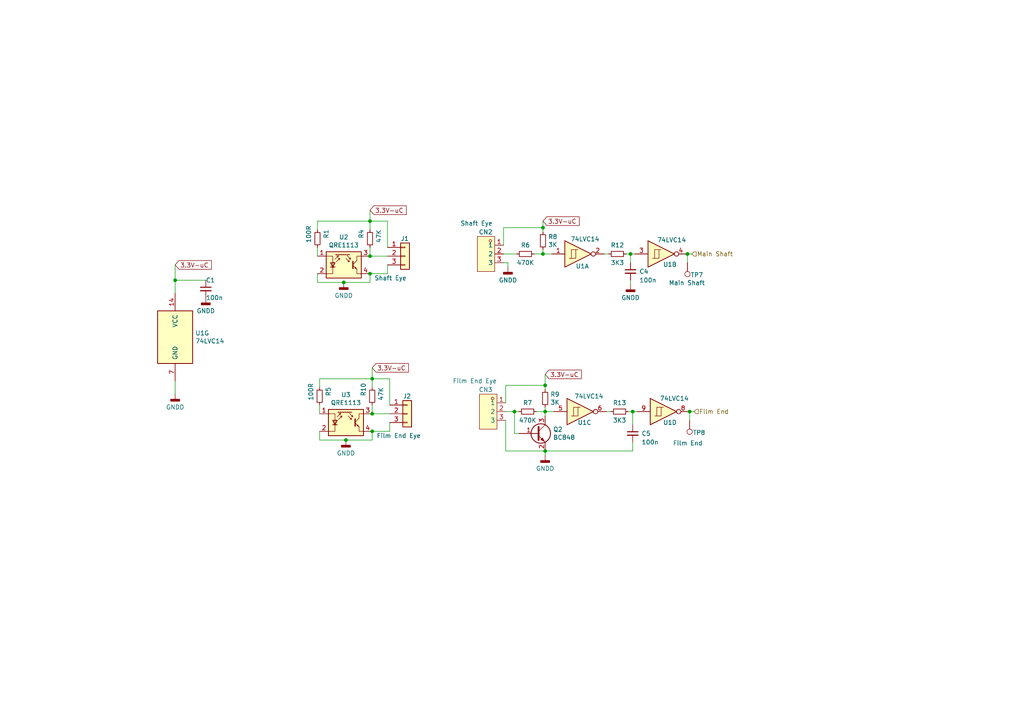
<source format=kicad_sch>
(kicad_sch (version 20230121) (generator eeschema)
  (paper "A4")
  (lib_symbols
    (symbol "74xx:74HC14" (pin_names (offset 1.016))
      (property "Reference" "U" (at 0 1.27 0))
      (property "Value" "74HC14" (at 0 -1.27 0))
      (symbol "74HC14_1_0"
        (polyline (pts (xy -3.81 3.81) (xy -3.81 -3.81) (xy 3.81 0) (xy -3.81 3.81)) (stroke (width 0.254)) (fill (type background)))
        (pin input line (at -7.62 0 0) (length 3.81) (name "~") (number "1"))
        (pin output inverted (at 7.62 0 180) (length 3.81) (name "~") (number "2"))
      )
      (symbol "74HC14_1_1"
        (polyline (pts (xy -1.905 -1.27) (xy -1.905 1.27) (xy -0.635 1.27)))
        (polyline (pts (xy -2.54 -1.27) (xy -0.635 -1.27) (xy -0.635 1.27) (xy 0 1.27)))
      )
      (symbol "74HC14_2_0"
        (polyline (pts (xy -3.81 3.81) (xy -3.81 -3.81) (xy 3.81 0) (xy -3.81 3.81)) (stroke (width 0.254)) (fill (type background)))
        (pin input line (at -7.62 0 0) (length 3.81) (name "~") (number "3"))
        (pin output inverted (at 7.62 0 180) (length 3.81) (name "~") (number "4"))
      )
      (symbol "74HC14_2_1"
        (polyline (pts (xy -1.905 -1.27) (xy -1.905 1.27) (xy -0.635 1.27)))
        (polyline (pts (xy -2.54 -1.27) (xy -0.635 -1.27) (xy -0.635 1.27) (xy 0 1.27)))
      )
      (symbol "74HC14_3_0"
        (polyline (pts (xy -3.81 3.81) (xy -3.81 -3.81) (xy 3.81 0) (xy -3.81 3.81)) (stroke (width 0.254)) (fill (type background)))
        (pin input line (at -7.62 0 0) (length 3.81) (name "~") (number "5"))
        (pin output inverted (at 7.62 0 180) (length 3.81) (name "~") (number "6"))
      )
      (symbol "74HC14_3_1"
        (polyline (pts (xy -1.905 -1.27) (xy -1.905 1.27) (xy -0.635 1.27)))
        (polyline (pts (xy -2.54 -1.27) (xy -0.635 -1.27) (xy -0.635 1.27) (xy 0 1.27)))
      )
      (symbol "74HC14_4_0"
        (polyline (pts (xy -3.81 3.81) (xy -3.81 -3.81) (xy 3.81 0) (xy -3.81 3.81)) (stroke (width 0.254)) (fill (type background)))
        (pin output inverted (at 7.62 0 180) (length 3.81) (name "~") (number "8"))
        (pin input line (at -7.62 0 0) (length 3.81) (name "~") (number "9"))
      )
      (symbol "74HC14_4_1"
        (polyline (pts (xy -1.905 -1.27) (xy -1.905 1.27) (xy -0.635 1.27)))
        (polyline (pts (xy -2.54 -1.27) (xy -0.635 -1.27) (xy -0.635 1.27) (xy 0 1.27)))
      )
      (symbol "74HC14_5_0"
        (polyline (pts (xy -3.81 3.81) (xy -3.81 -3.81) (xy 3.81 0) (xy -3.81 3.81)) (stroke (width 0.254)) (fill (type background)))
        (pin output inverted (at 7.62 0 180) (length 3.81) (name "~") (number "10"))
        (pin input line (at -7.62 0 0) (length 3.81) (name "~") (number "11"))
      )
      (symbol "74HC14_5_1"
        (polyline (pts (xy -1.905 -1.27) (xy -1.905 1.27) (xy -0.635 1.27)))
        (polyline (pts (xy -2.54 -1.27) (xy -0.635 -1.27) (xy -0.635 1.27) (xy 0 1.27)))
      )
      (symbol "74HC14_6_0"
        (polyline (pts (xy -3.81 3.81) (xy -3.81 -3.81) (xy 3.81 0) (xy -3.81 3.81)) (stroke (width 0.254)) (fill (type background)))
        (pin output inverted (at 7.62 0 180) (length 3.81) (name "~") (number "12"))
        (pin input line (at -7.62 0 0) (length 3.81) (name "~") (number "13"))
      )
      (symbol "74HC14_6_1"
        (polyline (pts (xy -1.905 -1.27) (xy -1.905 1.27) (xy -0.635 1.27)))
        (polyline (pts (xy -2.54 -1.27) (xy -0.635 -1.27) (xy -0.635 1.27) (xy 0 1.27)))
      )
      (symbol "74HC14_7_0"
        (pin power_in line (at 0 12.7 270) (length 5.08) (name "VCC") (number "14"))
        (pin power_in line (at 0 -12.7 90) (length 5.08) (name "GND") (number "7"))
      )
      (symbol "74HC14_7_1"
        (rectangle (start -5.08 7.62) (end 5.08 -7.62) (stroke (width 0.254)) (fill (type background)))
      )
    )
    (symbol "Connector:TestPoint" (pin_numbers hide) (pin_names (offset 0.762) hide)
      (property "Reference" "TP" (at 0 6.858 0))
      (property "Value" "TestPoint" (at 0 5.08 0))
      (symbol "TestPoint_0_1"
        (circle (center 0 3.302) (radius 0.762))
      )
      (symbol "TestPoint_1_1"
        (pin passive line (at 0 0 90) (length 2.54) (name "1") (number "1"))
      )
    )
    (symbol "Connector_Generic:Conn_01x03" (pin_names (offset 1.016) hide)
      (property "Reference" "J" (at 0 5.08 0))
      (property "Value" "Conn_01x03" (at 0 -5.08 0))
      (symbol "Conn_01x03_1_1"
        (rectangle (start -1.27 -2.413) (end 0 -2.667) (stroke (width 0.1524)))
        (rectangle (start -1.27 0.127) (end 0 -0.127) (stroke (width 0.1524)))
        (rectangle (start -1.27 2.667) (end 0 2.413) (stroke (width 0.1524)))
        (rectangle (start -1.27 3.81) (end 1.27 -3.81) (stroke (width 0.254)) (fill (type background)))
        (pin passive line (at -5.08 2.54 0) (length 3.81) (name "Pin_1") (number "1"))
        (pin passive line (at -5.08 0 0) (length 3.81) (name "Pin_2") (number "2"))
        (pin passive line (at -5.08 -2.54 0) (length 3.81) (name "Pin_3") (number "3"))
      )
    )
    (symbol "Device:C_Small" (pin_numbers hide) (pin_names (offset 0.254) hide)
      (property "Reference" "C" (at 0.254 1.778 0))
      (property "Value" "C_Small" (at 0.254 -2.032 0))
      (symbol "C_Small_0_1"
        (polyline (pts (xy -1.524 -0.508) (xy 1.524 -0.508)) (stroke (width 0.3302)))
        (polyline (pts (xy -1.524 0.508) (xy 1.524 0.508)) (stroke (width 0.3048)))
      )
      (symbol "C_Small_1_1"
        (pin passive line (at 0 2.54 270) (length 2.032) (name "~") (number "1"))
        (pin passive line (at 0 -2.54 90) (length 2.032) (name "~") (number "2"))
      )
    )
    (symbol "Device:R_Small" (pin_numbers hide) (pin_names (offset 0.254) hide)
      (property "Reference" "R" (at 0.762 0.508 0))
      (property "Value" "R_Small" (at 0.762 -1.016 0))
      (symbol "R_Small_0_1"
        (rectangle (start -0.762 1.778) (end 0.762 -1.778) (stroke (width 0.2032)))
      )
      (symbol "R_Small_1_1"
        (pin passive line (at 0 2.54 270) (length 0.762) (name "~") (number "1"))
        (pin passive line (at 0 -2.54 90) (length 0.762) (name "~") (number "2"))
      )
    )
    (symbol "QRE1113_1" (pin_names (offset 0.0254) hide)
      (property "Reference" "U2" (at 0 8.0518 0))
      (property "Value" "QRE1113" (at 0 5.7404 0))
      (symbol "QRE1113_1_0_1"
        (polyline (pts (xy -3.81 -0.635) (xy -2.54 -0.635)) (stroke (width 0.254)))
        (polyline (pts (xy -2.286 2.921) (xy -2.032 3.175)))
        (polyline (pts (xy -1.778 2.921) (xy -1.524 3.175)))
        (polyline (pts (xy -1.524 2.667) (xy -1.651 2.159)))
        (polyline (pts (xy -1.27 2.921) (xy -1.016 3.175)))
        (polyline (pts (xy -1.143 1.905) (xy -1.27 1.397)))
        (polyline (pts (xy -0.762 2.921) (xy -0.508 3.175)))
        (polyline (pts (xy -0.254 2.921) (xy 0 3.175)))
        (polyline (pts (xy 0.254 2.921) (xy 0.508 3.175)))
        (polyline (pts (xy 0.762 2.921) (xy 1.016 3.175)))
        (polyline (pts (xy 1.27 2.921) (xy 1.524 3.175)))
        (polyline (pts (xy 1.651 0.889) (xy 1.143 1.016)))
        (polyline (pts (xy 1.778 2.921) (xy -2.413 2.921)))
        (polyline (pts (xy 2.032 1.651) (xy 1.524 1.778)))
        (polyline (pts (xy 2.667 -0.127) (xy 3.81 -1.27)))
        (polyline (pts (xy 2.667 0.127) (xy 3.81 1.27)))
        (polyline (pts (xy -2.54 1.651) (xy -1.524 2.667) (xy -2.032 2.54)))
        (polyline (pts (xy -2.159 0.889) (xy -1.143 1.905) (xy -1.651 1.778)))
        (polyline (pts (xy 0.635 1.905) (xy 1.651 0.889) (xy 1.524 1.397)))
        (polyline (pts (xy 1.016 2.667) (xy 2.032 1.651) (xy 1.905 2.159)))
        (polyline (pts (xy 2.667 1.016) (xy 2.667 -1.016) (xy 2.667 -1.016)) (stroke (width 0.3556)))
        (polyline (pts (xy 3.81 -1.27) (xy 3.81 -2.54) (xy 5.08 -2.54)))
        (polyline (pts (xy 3.81 1.27) (xy 3.81 2.54) (xy 5.08 2.54)))
        (polyline (pts (xy -5.08 -2.54) (xy -3.175 -2.54) (xy -3.175 2.54) (xy -5.08 2.54)))
        (polyline (pts (xy -3.175 -0.635) (xy -3.81 0.635) (xy -2.54 0.635) (xy -3.175 -0.635)) (stroke (width 0.254)))
        (polyline (pts (xy 3.683 -1.143) (xy 3.429 -0.635) (xy 3.175 -0.889) (xy 3.683 -1.143)))
        (polyline (pts (xy -5.08 -3.81) (xy 5.08 -3.81) (xy 5.08 3.81) (xy -5.08 3.81) (xy -5.08 -3.81)) (stroke (width 0.254)) (fill (type background)))
      )
      (symbol "QRE1113_1_1_1"
        (pin passive line (at -7.62 2.54 0) (length 2.54) (name "A") (number "1"))
        (pin passive line (at -7.62 -2.54 0) (length 2.54) (name "K") (number "2"))
        (pin passive line (at 7.62 2.54 180) (length 2.54) (name "~") (number "3"))
        (pin passive line (at 7.62 -2.54 180) (length 2.54) (name "~") (number "4"))
      )
    )
    (symbol "Sensor_Proximity:QRE1113" (pin_names (offset 0.0254) hide)
      (property "Reference" "U3" (at 0 8.0518 0))
      (property "Value" "QRE1113" (at 0 5.7404 0))
      (symbol "QRE1113_0_1"
        (polyline (pts (xy -3.81 -0.635) (xy -2.54 -0.635)) (stroke (width 0.254)))
        (polyline (pts (xy -2.286 2.921) (xy -2.032 3.175)))
        (polyline (pts (xy -1.778 2.921) (xy -1.524 3.175)))
        (polyline (pts (xy -1.524 2.667) (xy -1.651 2.159)))
        (polyline (pts (xy -1.27 2.921) (xy -1.016 3.175)))
        (polyline (pts (xy -1.143 1.905) (xy -1.27 1.397)))
        (polyline (pts (xy -0.762 2.921) (xy -0.508 3.175)))
        (polyline (pts (xy -0.254 2.921) (xy 0 3.175)))
        (polyline (pts (xy 0.254 2.921) (xy 0.508 3.175)))
        (polyline (pts (xy 0.762 2.921) (xy 1.016 3.175)))
        (polyline (pts (xy 1.27 2.921) (xy 1.524 3.175)))
        (polyline (pts (xy 1.651 0.889) (xy 1.143 1.016)))
        (polyline (pts (xy 1.778 2.921) (xy -2.413 2.921)))
        (polyline (pts (xy 2.032 1.651) (xy 1.524 1.778)))
        (polyline (pts (xy 2.667 -0.127) (xy 3.81 -1.27)))
        (polyline (pts (xy 2.667 0.127) (xy 3.81 1.27)))
        (polyline (pts (xy -2.54 1.651) (xy -1.524 2.667) (xy -2.032 2.54)))
        (polyline (pts (xy -2.159 0.889) (xy -1.143 1.905) (xy -1.651 1.778)))
        (polyline (pts (xy 0.635 1.905) (xy 1.651 0.889) (xy 1.524 1.397)))
        (polyline (pts (xy 1.016 2.667) (xy 2.032 1.651) (xy 1.905 2.159)))
        (polyline (pts (xy 2.667 1.016) (xy 2.667 -1.016) (xy 2.667 -1.016)) (stroke (width 0.3556)))
        (polyline (pts (xy 3.81 -1.27) (xy 3.81 -2.54) (xy 5.08 -2.54)))
        (polyline (pts (xy 3.81 1.27) (xy 3.81 2.54) (xy 5.08 2.54)))
        (polyline (pts (xy -5.08 -2.54) (xy -3.175 -2.54) (xy -3.175 2.54) (xy -5.08 2.54)))
        (polyline (pts (xy -3.175 -0.635) (xy -3.81 0.635) (xy -2.54 0.635) (xy -3.175 -0.635)) (stroke (width 0.254)))
        (polyline (pts (xy 3.683 -1.143) (xy 3.429 -0.635) (xy 3.175 -0.889) (xy 3.683 -1.143)))
        (polyline (pts (xy -5.08 -3.81) (xy 5.08 -3.81) (xy 5.08 3.81) (xy -5.08 3.81) (xy -5.08 -3.81)) (stroke (width 0.254)) (fill (type background)))
      )
      (symbol "QRE1113_1_1"
        (pin passive line (at -7.62 2.54 0) (length 2.54) (name "A") (number "1"))
        (pin passive line (at -7.62 -2.54 0) (length 2.54) (name "K") (number "2"))
        (pin passive line (at 7.62 2.54 180) (length 2.54) (name "~") (number "3"))
        (pin passive line (at 7.62 -2.54 180) (length 2.54) (name "~") (number "4"))
      )
    )
    (symbol "Transistor_BJT:BC847" (pin_names (offset 0) hide)
      (property "Reference" "Q" (at 5.08 1.905 0))
      (property "Value" "BC847" (at 5.08 0 0))
      (symbol "BC847_0_1"
        (polyline (pts (xy 0.635 0.635) (xy 2.54 2.54)))
        (polyline (pts (xy 0.635 -0.635) (xy 2.54 -2.54) (xy 2.54 -2.54)))
        (polyline (pts (xy 0.635 1.905) (xy 0.635 -1.905) (xy 0.635 -1.905)) (stroke (width 0.508)))
        (polyline (pts (xy 1.27 -1.778) (xy 1.778 -1.27) (xy 2.286 -2.286) (xy 1.27 -1.778) (xy 1.27 -1.778)) (fill (type outline)))
        (circle (center 1.27 0) (radius 2.8194) (stroke (width 0.254)))
      )
      (symbol "BC847_1_1"
        (pin input line (at -5.08 0 0) (length 5.715) (name "B") (number "1"))
        (pin passive line (at 2.54 -5.08 90) (length 2.54) (name "E") (number "2"))
        (pin passive line (at 2.54 5.08 270) (length 2.54) (name "C") (number "3"))
      )
    )
    (symbol "easyeda2kicad:KF141R-2.54-3P"
      (property "Reference" "CN" (at 0 7.62 0))
      (property "Value" "KF141R-2.54-3P" (at 0 -7.62 0))
      (symbol "KF141R-2.54-3P_0_1"
        (rectangle (start -2.54 5.08) (end 2.54 -5.08) (fill (type background)))
        (circle (center -1.27 3.81) (radius 0.38))
        (pin passive line (at -5.08 2.54 0) (length 2.54) (name "1") (number "1"))
        (pin passive line (at -5.08 0 0) (length 2.54) (name "2") (number "2"))
        (pin passive line (at -5.08 -2.54 0) (length 2.54) (name "3") (number "3"))
      )
    )
    (symbol "power:GNDD" (power) (pin_names (offset 0))
      (property "Value" "GNDD" (at 0 -3.175 0))
      (symbol "GNDD_0_1"
        (rectangle (start -1.27 -1.524) (end 1.27 -2.032) (stroke (width 0.254)) (fill (type outline)))
        (polyline (pts (xy 0 0) (xy 0 -1.524)))
      )
      (symbol "GNDD_1_1"
        (pin power_in line (at 0 0 270) (length 0) hide (name "GNDD") (number "1"))
      )
    )
  )
  (junction (at 50.8 81.28))
  (junction (at 149.225 119.38))
  (junction (at 183.515 119.38))
  (junction (at 200.025 119.38))
  (junction (at 158.115 130.81))
  (junction (at 107.315 64.135))
  (junction (at 199.39 73.66))
  (junction (at 107.95 125.095))
  (junction (at 100.33 127.635))
  (junction (at 107.95 120.015))
  (junction (at 107.315 79.375))
  (junction (at 158.115 111.76))
  (junction (at 158.115 119.38))
  (junction (at 157.48 73.66))
  (junction (at 99.695 81.915))
  (junction (at 107.315 74.295))
  (junction (at 157.48 66.04))
  (junction (at 182.88 73.66))
  (junction (at 107.95 109.855))
  (wire (pts (xy 199.39 73.66) (xy 200.66 73.66)))
  (wire (pts (xy 113.03 117.475) (xy 113.03 109.855)))
  (wire (pts (xy 112.395 64.135) (xy 107.315 64.135)))
  (wire (pts (xy 182.88 73.66) (xy 184.15 73.66)))
  (wire (pts (xy 92.71 109.855) (xy 107.95 109.855)))
  (wire (pts (xy 181.61 73.66) (xy 182.88 73.66)))
  (wire (pts (xy 92.075 74.295) (xy 92.075 71.755)))
  (wire (pts (xy 158.115 108.585) (xy 158.115 111.76)))
  (wire (pts (xy 107.315 74.295) (xy 112.395 74.295)))
  (wire (pts (xy 92.71 127.635) (xy 100.33 127.635)))
  (wire (pts (xy 146.05 66.04) (xy 146.05 71.12)))
  (wire (pts (xy 112.395 71.755) (xy 112.395 64.135)))
  (wire (pts (xy 107.95 127.635) (xy 107.95 125.095)))
  (wire (pts (xy 149.225 119.38) (xy 149.225 125.73)))
  (wire (pts (xy 182.88 76.2) (xy 182.88 73.66)))
  (wire (pts (xy 146.685 111.76) (xy 146.685 116.84)))
  (wire (pts (xy 157.48 73.66) (xy 157.48 72.39)))
  (wire (pts (xy 146.685 119.38) (xy 149.225 119.38)))
  (wire (pts (xy 107.315 81.915) (xy 107.315 79.375)))
  (wire (pts (xy 158.115 111.76) (xy 158.115 113.03)))
  (wire (pts (xy 113.03 125.095) (xy 107.95 125.095)))
  (wire (pts (xy 146.685 130.81) (xy 158.115 130.81)))
  (wire (pts (xy 107.95 120.015) (xy 113.03 120.015)))
  (wire (pts (xy 157.48 64.135) (xy 157.48 66.04)))
  (wire (pts (xy 50.8 85.09) (xy 50.8 81.28)))
  (wire (pts (xy 107.315 71.755) (xy 107.315 74.295)))
  (wire (pts (xy 157.48 66.04) (xy 157.48 67.31)))
  (wire (pts (xy 92.71 112.395) (xy 92.71 109.855)))
  (wire (pts (xy 147.32 76.2) (xy 147.32 77.47)))
  (wire (pts (xy 50.8 76.835) (xy 50.8 81.28)))
  (wire (pts (xy 107.315 64.135) (xy 107.315 66.675)))
  (wire (pts (xy 92.075 66.675) (xy 92.075 64.135)))
  (wire (pts (xy 158.115 119.38) (xy 160.655 119.38)))
  (wire (pts (xy 183.515 119.38) (xy 184.785 119.38)))
  (wire (pts (xy 112.395 79.375) (xy 107.315 79.375)))
  (wire (pts (xy 150.495 119.38) (xy 149.225 119.38)))
  (wire (pts (xy 146.05 66.04) (xy 157.48 66.04)))
  (wire (pts (xy 158.115 119.38) (xy 158.115 118.11)))
  (wire (pts (xy 112.395 76.835) (xy 112.395 79.375)))
  (wire (pts (xy 183.515 123.19) (xy 183.515 119.38)))
  (wire (pts (xy 157.48 73.66) (xy 160.02 73.66)))
  (wire (pts (xy 146.05 73.66) (xy 149.86 73.66)))
  (wire (pts (xy 92.71 125.095) (xy 92.71 127.635)))
  (wire (pts (xy 158.115 130.81) (xy 183.515 130.81)))
  (wire (pts (xy 182.245 119.38) (xy 183.515 119.38)))
  (wire (pts (xy 92.075 79.375) (xy 92.075 81.915)))
  (wire (pts (xy 175.26 73.66) (xy 176.53 73.66)))
  (wire (pts (xy 149.225 125.73) (xy 150.495 125.73)))
  (wire (pts (xy 200.025 119.38) (xy 201.295 119.38)))
  (wire (pts (xy 146.685 111.76) (xy 158.115 111.76)))
  (wire (pts (xy 158.115 130.81) (xy 158.115 132.08)))
  (wire (pts (xy 113.03 122.555) (xy 113.03 125.095)))
  (wire (pts (xy 50.8 110.49) (xy 50.8 114.3)))
  (wire (pts (xy 107.95 106.68) (xy 107.95 109.855)))
  (wire (pts (xy 100.33 127.635) (xy 107.95 127.635)))
  (wire (pts (xy 107.95 109.855) (xy 107.95 112.395)))
  (wire (pts (xy 146.685 121.92) (xy 146.685 130.81)))
  (wire (pts (xy 146.05 76.2) (xy 147.32 76.2)))
  (wire (pts (xy 113.03 109.855) (xy 107.95 109.855)))
  (wire (pts (xy 50.8 81.28) (xy 59.69 81.28)))
  (wire (pts (xy 99.695 81.915) (xy 107.315 81.915)))
  (wire (pts (xy 200.025 119.38) (xy 200.025 121.92)))
  (wire (pts (xy 158.115 120.65) (xy 158.115 119.38)))
  (wire (pts (xy 107.95 117.475) (xy 107.95 120.015)))
  (wire (pts (xy 107.315 60.96) (xy 107.315 64.135)))
  (wire (pts (xy 92.71 120.015) (xy 92.71 117.475)))
  (wire (pts (xy 183.515 128.27) (xy 183.515 130.81)))
  (wire (pts (xy 92.075 81.915) (xy 99.695 81.915)))
  (wire (pts (xy 154.94 73.66) (xy 157.48 73.66)))
  (wire (pts (xy 199.39 73.66) (xy 199.39 76.2)))
  (wire (pts (xy 175.895 119.38) (xy 177.165 119.38)))
  (wire (pts (xy 155.575 119.38) (xy 158.115 119.38)))
  (wire (pts (xy 92.075 64.135) (xy 107.315 64.135)))
  (wire (pts (xy 182.88 81.28) (xy 182.88 82.55)))
  (global_label "3.3V-uC" (shape input) (at 107.95 106.68 0) (property "Intersheetrefs" "${INTERSHEET_REFS}" (effects hide)))
  (global_label "3.3V-uC" (shape input) (at 157.48 64.135 0) (property "Intersheetrefs" "${INTERSHEET_REFS}" (effects hide)))
  (global_label "3.3V-uC" (shape input) (at 158.115 108.585 0) (property "Intersheetrefs" "${INTERSHEET_REFS}" (effects hide)))
  (global_label "3.3V-uC" (shape input) (at 107.315 60.96 0) (property "Intersheetrefs" "${INTERSHEET_REFS}" (effects hide)))
  (global_label "3.3V-uC" (shape input) (at 50.8 76.835 0) (property "Intersheetrefs" "${INTERSHEET_REFS}" (effects hide)))
  (hierarchical_label "Film End" (shape input) (at 201.295 119.38 0))
  (hierarchical_label "Main Shaft" (shape input) (at 200.66 73.66 0))
  (symbol (lib_id "74xx:74HC14") (at 50.8 97.79 0) (unit 7)
    (property "Reference" "U1" (at 56.642 96.6216 0) (effects (justify left)))
    (property "Value" "74LVC14" (at 56.642 98.933 0) (effects (justify left)))
    (property "Footprint" "Package_SO:SOIC-14_3.9x8.7mm_P1.27mm" (effects hide))
    (property "Datasheet" "https://datasheet.lcsc.com/lcsc/2304140030_Nexperia-74LVC14AD-118_C6065.pdf" (effects hide))
    (property "LCSC" " C6065" (effects hide))
  )
  (symbol (lib_id "Device:R_Small") (at 157.48 69.85 180) (unit 1)
    (property "Reference" "R8" (at 158.9786 68.6816 0) (effects (justify right)))
    (property "Value" "3K" (at 158.9786 70.993 0) (effects (justify right)))
    (property "Footprint" "Resistor_SMD:R_0805_2012Metric" (effects hide))
    (property "LCSC" "C17661" (effects hide))
    (instances (project "scan-controller-kicad" (path "" (reference "R8") (unit 1)) (path "" (reference "R9") (unit 1))))
  )
  (symbol (lib_id "power:GNDD") (at 100.33 127.635 0) (unit 1)
    (property "Reference" "#PWR014" (effects hide))
    (property "Value" "GNDD" (at 100.33 131.445 0))
    (instances (project "scan-controller-kicad" (path "" (reference "#PWR014") (unit 1)) (path "" (reference "#PWR012") (unit 1))))
  )
  (symbol (lib_id "Device:C_Small") (at 183.515 125.73 0) (unit 1)
    (property "Reference" "C5" (at 186.055 125.73 0) (effects (justify left)))
    (property "Value" "100n" (at 186.055 128.27 0) (effects (justify left)))
    (property "Footprint" "Capacitor_SMD:C_0805_2012Metric" (effects hide))
    (property "Datasheet" "https://datasheet.lcsc.com/lcsc/2304140030_Samsung-Electro-Mechanics-CL21B104KCFNNNE_C28233.pdf" (effects hide))
    (property "LCSC" "C28233" (effects hide))
  )
  (symbol (lib_id "Connector_Generic:Conn_01x03") (at 118.11 120.015 0) (unit 1)
    (property "Reference" "J2" (at 116.84 114.935 0) (effects (justify left)))
    (property "Value" "Film End Eye" (at 109.22 126.365 0) (effects (justify left)))
    (property "Footprint" "Connector_PinHeader_2.54mm:PinHeader_1x03_P2.54mm_Vertical" (effects hide))
  )
  (symbol (lib_id "Device:C_Small") (at 182.88 78.74 0) (unit 1)
    (property "Reference" "C4" (at 185.42 78.74 0) (effects (justify left)))
    (property "Value" "100n" (at 185.42 81.28 0) (effects (justify left)))
    (property "Footprint" "Capacitor_SMD:C_0805_2012Metric" (effects hide))
    (property "Datasheet" "https://datasheet.lcsc.com/lcsc/2304140030_Samsung-Electro-Mechanics-CL21B104KCFNNNE_C28233.pdf" (effects hide))
    (property "LCSC" "C28233" (effects hide))
  )
  (symbol (lib_id "74xx:74HC14") (at 167.64 73.66 0) (unit 1)
    (property "Reference" "U1" (at 168.91 77.216 0))
    (property "Value" "74LVC14" (at 169.672 69.342 0))
    (property "Footprint" "Package_SO:SOIC-14_3.9x8.7mm_P1.27mm" (effects hide))
    (property "Datasheet" "https://datasheet.lcsc.com/lcsc/2304140030_Nexperia-74LVC14AD-118_C6065.pdf" (effects hide))
    (property "LCSC" " C6065" (effects hide))
  )
  (symbol (lib_id "Device:R_Small") (at 158.115 115.57 180) (unit 1)
    (property "Reference" "R9" (at 159.6136 114.4016 0) (effects (justify right)))
    (property "Value" "3K" (at 159.6136 116.713 0) (effects (justify right)))
    (property "Footprint" "Resistor_SMD:R_0805_2012Metric" (effects hide))
    (property "LCSC" "C17661" (effects hide))
    (instances (project "scan-controller-kicad" (path "" (reference "R9") (unit 1)) (path "" (reference "R10") (unit 1))))
  )
  (symbol (lib_id "Device:R_Small") (at 107.315 69.215 0) (unit 1)
    (property "Reference" "R4" (at 104.775 69.215 90) (effects (justify left)))
    (property "Value" "47K" (at 109.855 70.485 90) (effects (justify left)))
    (property "Footprint" "Resistor_SMD:R_0805_2012Metric" (effects hide))
    (property "LCSC" "C17713" (effects hide))
    (instances (project "scan-controller-kicad" (path "" (reference "R4") (unit 1)) (path "" (reference "R5") (unit 1))))
  )
  (symbol (lib_id "74xx:74HC14") (at 168.275 119.38 0) (unit 3)
    (property "Reference" "U1" (at 169.545 122.555 0))
    (property "Value" "74LVC14" (at 170.815 114.935 0))
    (property "Footprint" "Package_SO:SOIC-14_3.9x8.7mm_P1.27mm" (effects hide))
    (property "Datasheet" "https://datasheet.lcsc.com/lcsc/2304140030_Nexperia-74LVC14AD-118_C6065.pdf" (effects hide))
    (property "LCSC" " C6065" (effects hide))
  )
  (symbol (lib_id "Sensor_Proximity:QRE1113") (at 100.33 122.555 0) (unit 1)
    (property "Reference" "U3" (at 100.33 114.5032 0))
    (property "Value" "QRE1113" (at 100.33 116.8146 0))
    (property "Footprint" "Peacemans_Footprints:QRE1113GR-slim" (effects hide))
    (property "Datasheet" "http://www.onsemi.com/pub/Collateral/QRE1113-D.PDF" (effects hide))
  )
  (symbol (lib_id "Connector:TestPoint") (at 200.025 121.92 180) (unit 1)
    (property "Reference" "TP8" (at 204.597 125.476 0) (effects (justify left)))
    (property "Value" "Film End" (at 203.835 128.524 0) (effects (justify left)))
    (property "Footprint" "TestPoint:TestPoint_THTPad_D2.0mm_Drill1.0mm" (effects hide))
  )
  (symbol (lib_name "QRE1113_1") (lib_id "Sensor_Proximity:QRE1113") (at 99.695 76.835 0) (unit 1)
    (property "Reference" "U2" (at 99.695 68.7832 0))
    (property "Value" "QRE1113" (at 99.695 71.0946 0))
    (property "Footprint" "Peacemans_Footprints:QRE1113GR-slim" (effects hide))
    (property "Datasheet" "http://www.onsemi.com/pub/Collateral/QRE1113-D.PDF" (effects hide))
  )
  (symbol (lib_id "Device:R_Small") (at 152.4 73.66 90) (unit 1)
    (property "Reference" "R6" (at 152.4 71.12 90))
    (property "Value" "470K" (at 152.4 76.2 90))
    (property "Footprint" "Resistor_SMD:R_0805_2012Metric" (effects hide))
    (property "LCSC" "C17709" (effects hide))
    (instances (project "scan-controller-kicad" (path "" (reference "R6") (unit 1)) (path "" (reference "R7") (unit 1))))
  )
  (symbol (lib_id "power:GNDD") (at 147.32 77.47 0) (unit 1)
    (property "Reference" "#PWR012" (effects hide))
    (property "Value" "GNDD" (at 147.32 81.28 0))
    (instances (project "scan-controller-kicad" (path "" (reference "#PWR012") (unit 1)) (path "" (reference "#PWR013") (unit 1))))
  )
  (symbol (lib_id "easyeda2kicad:KF141R-2.54-3P") (at 140.97 73.66 0) (mirror y) (unit 1)
    (property "Reference" "CN2" (at 142.875 67.31 0) (effects (justify left)))
    (property "Value" "Shaft Eye" (at 142.875 64.77 0) (effects (justify left)))
    (property "Footprint" "easyeda2kicad:CONN-TH_3P-P2.54_KF141R-2.54-3P" (effects hide))
    (property "Datasheet" "https://lcsc.com/product-detail/New-Quadratic-Unclassified-Data_Cixi-Kefa-Elec-KF141R-2-54-3P_C475125.html" (effects hide))
    (property "LCSC Part" "C475125" (effects hide))
  )
  (symbol (lib_id "Device:R_Small") (at 179.705 119.38 90) (unit 1)
    (property "Reference" "R13" (at 179.705 116.84 90))
    (property "Value" "3K3" (at 179.705 121.92 90))
    (property "Footprint" "Resistor_SMD:R_0805_2012Metric" (effects hide))
    (property "LCSC" "C26010" (effects hide))
  )
  (symbol (lib_id "Device:R_Small") (at 92.71 114.935 0) (unit 1)
    (property "Reference" "R5" (at 95.25 114.935 90) (effects (justify left)))
    (property "Value" "100R" (at 90.17 116.205 90) (effects (justify left)))
    (property "Footprint" "Resistor_SMD:R_0805_2012Metric" (effects hide))
    (instances (project "scan-controller-kicad" (path "" (reference "R5") (unit 1)) (path "" (reference "R4") (unit 1))))
  )
  (symbol (lib_id "power:GNDD") (at 50.8 114.3 0) (unit 1)
    (property "Reference" "#PWR01" (effects hide))
    (property "Value" "GNDD" (at 50.8 118.11 0))
  )
  (symbol (lib_id "Transistor_BJT:BC847") (at 155.575 125.73 0) (unit 1)
    (property "Reference" "Q2" (at 160.4264 124.5616 0) (effects (justify left)))
    (property "Value" "BC848" (at 160.4264 126.873 0) (effects (justify left)))
    (property "Footprint" "Package_TO_SOT_SMD:SOT-23" (effects hide))
    (property "Datasheet" "https://www.mouser.de/datasheet/2/308/BC846ALT1-D-1293035.pdf" (effects hide))
    (property "LCSC" "C181142" (effects hide))
  )
  (symbol (lib_id "power:GNDD") (at 182.88 82.55 0) (unit 1)
    (property "Reference" "#PWR018" (effects hide))
    (property "Value" "GNDD" (at 182.88 86.36 0))
  )
  (symbol (lib_id "power:GNDD") (at 158.115 132.08 0) (unit 1)
    (property "Reference" "#PWR013" (effects hide))
    (property "Value" "GNDD" (at 158.115 135.89 0))
    (instances (project "scan-controller-kicad" (path "" (reference "#PWR013") (unit 1)) (path "" (reference "#PWR014") (unit 1))))
  )
  (symbol (lib_id "power:GNDD") (at 99.695 81.915 0) (unit 1)
    (property "Reference" "#PWR02" (effects hide))
    (property "Value" "GNDD" (at 99.695 85.725 0))
    (instances (project "scan-controller-kicad" (path "" (reference "#PWR02") (unit 1)) (path "" (reference "#PWR03") (unit 1))))
  )
  (symbol (lib_id "easyeda2kicad:KF141R-2.54-3P") (at 141.605 119.38 0) (mirror y) (unit 1)
    (property "Reference" "CN3" (at 142.875 113.03 0) (effects (justify left)))
    (property "Value" "Film End Eye" (at 144.145 110.49 0) (effects (justify left)))
    (property "Footprint" "easyeda2kicad:CONN-TH_3P-P2.54_KF141R-2.54-3P" (effects hide))
    (property "Datasheet" "https://lcsc.com/product-detail/New-Quadratic-Unclassified-Data_Cixi-Kefa-Elec-KF141R-2-54-3P_C475125.html" (effects hide))
    (property "LCSC Part" "C475125" (effects hide))
  )
  (symbol (lib_id "Device:R_Small") (at 153.035 119.38 90) (unit 1)
    (property "Reference" "R7" (at 153.035 116.84 90))
    (property "Value" "470K" (at 153.035 121.92 90))
    (property "Footprint" "Resistor_SMD:R_0805_2012Metric" (effects hide))
    (property "LCSC" "C17709" (effects hide))
    (instances (project "scan-controller-kicad" (path "" (reference "R7") (unit 1)) (path "" (reference "R8") (unit 1))))
  )
  (symbol (lib_id "Device:C_Small") (at 59.69 83.82 0) (unit 1)
    (property "Reference" "C1" (at 59.69 81.28 0) (effects (justify left)))
    (property "Value" "100n" (at 59.69 86.36 0) (effects (justify left)))
    (property "Footprint" "LED_SMD:LED_0805_2012Metric" (effects hide))
    (property "Datasheet" "https://datasheet.lcsc.com/lcsc/2304140030_Samsung-Electro-Mechanics-CL21B104KCFNNNE_C28233.pdf" (effects hide))
    (property "LCSC" "C28233" (effects hide))
  )
  (symbol (lib_id "74xx:74HC14") (at 191.77 73.66 0) (unit 2)
    (property "Reference" "U1" (at 194.31 76.708 0))
    (property "Value" "74LVC14" (at 194.818 69.596 0))
    (property "Footprint" "Package_SO:SOIC-14_3.9x8.7mm_P1.27mm" (effects hide))
    (property "Datasheet" "https://datasheet.lcsc.com/lcsc/2304140030_Nexperia-74LVC14AD-118_C6065.pdf" (effects hide))
    (property "LCSC" " C6065" (effects hide))
  )
  (symbol (lib_id "power:GNDD") (at 59.69 86.36 0) (unit 1)
    (property "Reference" "#PWR03" (effects hide))
    (property "Value" "GNDD" (at 59.69 90.17 0))
    (instances (project "scan-controller-kicad" (path "" (reference "#PWR03") (unit 1)) (path "" (reference "#PWR02") (unit 1))))
  )
  (symbol (lib_id "Device:R_Small") (at 179.07 73.66 90) (unit 1)
    (property "Reference" "R12" (at 179.07 71.12 90))
    (property "Value" "3K3" (at 179.07 76.2 90))
    (property "Footprint" "Resistor_SMD:R_0805_2012Metric" (effects hide))
    (property "LCSC" "C26010" (effects hide))
  )
  (symbol (lib_id "Device:R_Small") (at 107.95 114.935 0) (unit 1)
    (property "Reference" "R10" (at 105.41 114.935 90) (effects (justify left)))
    (property "Value" "47K" (at 110.49 116.205 90) (effects (justify left)))
    (property "Footprint" "Resistor_SMD:R_0805_2012Metric" (effects hide))
    (property "LCSC" "C17713" (effects hide))
    (instances (project "scan-controller-kicad" (path "" (reference "R10") (unit 1)) (path "" (reference "R6") (unit 1))))
  )
  (symbol (lib_id "Device:R_Small") (at 92.075 69.215 0) (unit 1)
    (property "Reference" "R1" (at 94.615 69.215 90) (effects (justify left)))
    (property "Value" "100R" (at 89.535 70.485 90) (effects (justify left)))
    (property "Footprint" "Resistor_SMD:R_0805_2012Metric" (effects hide))
  )
  (symbol (lib_id "Connector:TestPoint") (at 199.39 76.2 180) (unit 1)
    (property "Reference" "TP7" (at 203.962 79.756 0) (effects (justify left)))
    (property "Value" "Main Shaft" (at 204.47 82.042 0) (effects (justify left)))
    (property "Footprint" "TestPoint:TestPoint_THTPad_D2.0mm_Drill1.0mm" (effects hide))
  )
  (symbol (lib_id "Connector_Generic:Conn_01x03") (at 117.475 74.295 0) (unit 1)
    (property "Reference" "J1" (at 116.205 69.215 0) (effects (justify left)))
    (property "Value" "Shaft Eye" (at 108.585 80.645 0) (effects (justify left)))
    (property "Footprint" "Connector_PinHeader_2.54mm:PinHeader_1x03_P2.54mm_Vertical" (effects hide))
  )
  (symbol (lib_id "74xx:74HC14") (at 192.405 119.38 0) (unit 4)
    (property "Reference" "U1" (at 194.31 122.555 0))
    (property "Value" "74LVC14" (at 195.58 115.57 0))
    (property "Footprint" "Package_SO:SOIC-14_3.9x8.7mm_P1.27mm" (effects hide))
    (property "Datasheet" "https://datasheet.lcsc.com/lcsc/2304140030_Nexperia-74LVC14AD-118_C6065.pdf" (effects hide))
    (property "LCSC" " C6065" (effects hide))
  )
)
</source>
